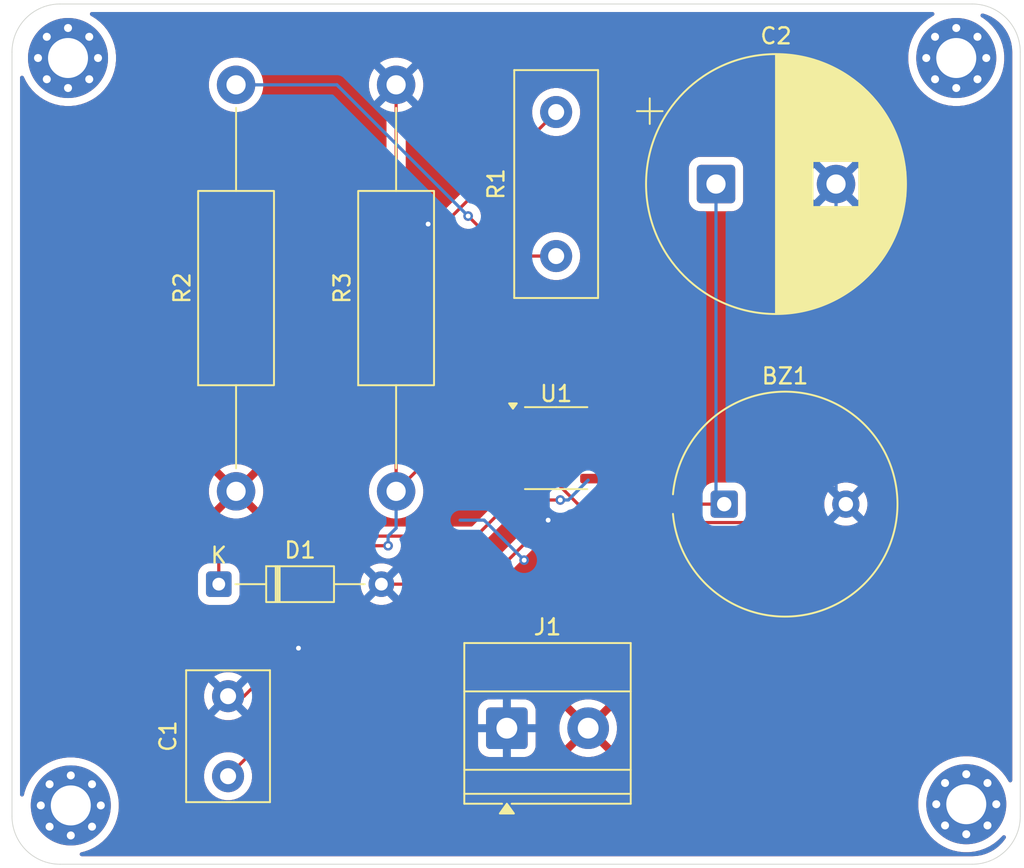
<source format=kicad_pcb>
(kicad_pcb (version 20241229) (generator "pcbnew") (generator_version "9.0")
  (layers (0 "F.Cu" signal) (2 "B.Cu" signal) (13 "F.Paste" user) (15 "B.Paste" user) (5 "F.SilkS" user "F.Silkscreen") (7 "B.SilkS" user "B.Silkscreen") (1 "F.Mask" user) (3 "B.Mask" user) (25 "Edge.Cuts" user))
  (net 0 "")
  (net 1 "GND")
  (net 2 "Net-(BZ1-+)")
  (net 3 "Net-(U1-TR)")
  (net 4 "Net-(D1-K)")
  (net 5 "+5V")
  (net 6 "Net-(R1-Pad1)")
  (footprint "Capacitor_THT:C_Disc_D8.0mm_W5.0mm_P5.00mm" (layer "F.Cu") (at 92 111.5 90)
    (property "Reference" "C1" (at 2.5 -3.75 90) (layer "F.SilkS"))
    (property "Value" "10n")
    (fp_line (start 6.62 -2.62) (end 6.62 2.62) (stroke (width 0.12)) (layer "F.SilkS"))
    (fp_line (start -1.62 -2.62) (end 6.62 -2.62) (stroke (width 0.12)) (layer "F.SilkS"))
    (fp_line (start -1.62 -2.62) (end -1.62 2.62) (stroke (width 0.12)) (layer "F.SilkS"))
    (fp_line (start -1.62 2.62) (end 6.62 2.62) (stroke (width 0.12)) (layer "F.SilkS"))
    (pad "1" thru_hole circle (at 0 0 90) (size 2 2) (drill 1) (layers "*.Cu" "*.Mask") (net 3 "Net-(U1-TR)"))
    (pad "2" thru_hole circle (at 5 0 90) (size 2 2) (drill 1) (layers "*.Cu" "*.Mask") (net 1 "GND"))
  )
  (footprint "Package_SO:SOIC-8_3.9x4.9mm_P1.27mm" (layer "F.Cu") (at 112.5 91)
    (property "Reference" "U1" (at 0 -3.4 0) (layer "F.SilkS"))
    (property "Value" "NE555D")
    (fp_line (start 0 -2.56) (end -1.95 -2.56) (stroke (width 0.12)) (layer "F.SilkS"))
    (fp_line (start 0 -2.56) (end 1.95 -2.56) (stroke (width 0.12)) (layer "F.SilkS"))
    (fp_line (start 0 2.56) (end -1.95 2.56) (stroke (width 0.12)) (layer "F.SilkS"))
    (fp_line (start 0 2.56) (end 1.95 2.56) (stroke (width 0.12)) (layer "F.SilkS"))
    (fp_poly (pts (xy -2.7 -2.465) (xy -2.94 -2.795) (xy -2.46 -2.795)) (stroke (width 0.12)) (fill yes) (layer "F.SilkS"))
    (pad "1" smd roundrect (at -2.475 -1.905) (size 1.95 0.6) (layers "F.Cu" "F.Mask" "F.Paste") (net 1 "GND"))
    (pad "2" smd roundrect (at -2.475 -0.635) (size 1.95 0.6) (layers "F.Cu" "F.Mask" "F.Paste") (net 3 "Net-(U1-TR)"))
    (pad "3" smd roundrect (at -2.475 0.635) (size 1.95 0.6) (layers "F.Cu" "F.Mask" "F.Paste") (net 2 "Net-(BZ1-+)"))
    (pad "4" smd roundrect (at -2.475 1.905) (size 1.95 0.6) (layers "F.Cu" "F.Mask" "F.Paste") (net 5 "+5V"))
    (pad "5" smd roundrect (at 2.475 1.905) (size 1.95 0.6) (layers "F.Cu" "F.Mask" "F.Paste") (net 4 "Net-(D1-K)"))
    (pad "6" smd roundrect (at 2.475 0.635) (size 1.95 0.6) (layers "F.Cu" "F.Mask" "F.Paste") (net 5 "+5V"))
    (pad "7" smd roundrect (at 2.475 -0.635) (size 1.95 0.6) (layers "F.Cu" "F.Mask" "F.Paste"))
    (pad "8" smd roundrect (at 2.475 -1.905) (size 1.95 0.6) (layers "F.Cu" "F.Mask" "F.Paste") (net 5 "+5V"))
  )
  (footprint "TerminalBlock_Phoenix:TerminalBlock_Phoenix_MKDS-1,5-2-5.08_1x02_P5.08mm_Horizontal" (layer "F.Cu") (at 109.42 108.5)
    (property "Reference" "J1" (at 2.54 -6.32 0) (layer "F.SilkS"))
    (property "Value" "Screw_Terminal_01x02")
    (fp_line (start -2.66 -5.32) (end -2.66 4.72) (stroke (width 0.12)) (layer "F.SilkS"))
    (fp_line (start -2.66 -5.32) (end 7.74 -5.32) (stroke (width 0.12)) (layer "F.SilkS"))
    (fp_line (start -2.66 -2.3) (end 7.74 -2.3) (stroke (width 0.12)) (layer "F.SilkS"))
    (fp_line (start -2.66 2.6) (end 7.74 2.6) (stroke (width 0.12)) (layer "F.SilkS"))
    (fp_line (start -2.66 4.1) (end 7.74 4.1) (stroke (width 0.12)) (layer "F.SilkS"))
    (fp_line (start -2.66 4.72) (end -0.3 4.72) (stroke (width 0.12)) (layer "F.SilkS"))
    (fp_line (start 0.3 4.72) (end 7.74 4.72) (stroke (width 0.12)) (layer "F.SilkS"))
    (fp_line (start 7.74 -5.32) (end 7.74 4.72) (stroke (width 0.12)) (layer "F.SilkS"))
    (fp_poly (pts (xy 0 4.72) (xy 0.44 5.33) (xy -0.44 5.33)) (stroke (width 0.12)) (fill yes) (layer "F.SilkS"))
    (pad "1" thru_hole roundrect (at 0 0) (size 2.6 2.6) (drill 1.3) (layers "*.Cu" "*.Mask") (roundrect_rratio 0.096154) (net 1 "GND"))
    (pad "2" thru_hole circle (at 5.08 0) (size 2.6 2.6) (drill 1.3) (layers "*.Cu" "*.Mask") (net 5 "+5V"))
  )
  (footprint "MountingHole:MountingHole_2.5mm_Pad_Via" (layer "F.Cu") (at 138.125 113.25)
    (property "Reference" "H4" (hide yes))
    (property "Value" "MountingHole_Pad" (hide yes))
    (pad "1" thru_hole circle (at -1.875 0) (size 0.8 0.8) (drill 0.5) (layers "*.Cu" "*.Mask"))
    (pad "1" thru_hole circle (at -1.325825 -1.325825) (size 0.8 0.8) (drill 0.5) (layers "*.Cu" "*.Mask"))
    (pad "1" thru_hole circle (at -1.325825 1.325825) (size 0.8 0.8) (drill 0.5) (layers "*.Cu" "*.Mask"))
    (pad "1" thru_hole circle (at 0 -1.875) (size 0.8 0.8) (drill 0.5) (layers "*.Cu" "*.Mask"))
    (pad "1" thru_hole circle (at 0 0) (size 5 5) (drill 2.5) (layers "*.Cu" "*.Mask"))
    (pad "1" thru_hole circle (at 0 1.875) (size 0.8 0.8) (drill 0.5) (layers "*.Cu" "*.Mask"))
    (pad "1" thru_hole circle (at 1.325825 -1.325825) (size 0.8 0.8) (drill 0.5) (layers "*.Cu" "*.Mask"))
    (pad "1" thru_hole circle (at 1.325825 1.325825) (size 0.8 0.8) (drill 0.5) (layers "*.Cu" "*.Mask"))
    (pad "1" thru_hole circle (at 1.875 0) (size 0.8 0.8) (drill 0.5) (layers "*.Cu" "*.Mask"))
  )
  (footprint "Resistor_THT:R_Axial_DIN0414_L11.9mm_D4.5mm_P25.40mm_Horizontal" (layer "F.Cu") (at 92.5 93.7 90)
    (property "Reference" "R2" (at 12.7 -3.37 90) (layer "F.SilkS"))
    (property "Value" "27k")
    (fp_line (start 23.96 0) (end 18.77 0) (stroke (width 0.12)) (layer "F.SilkS"))
    (fp_line (start 1.44 0) (end 6.63 0) (stroke (width 0.12)) (layer "F.SilkS"))
    (fp_rect (start 6.63 -2.37) (end 18.77 2.37) (stroke (width 0.12)) (fill no) (layer "F.SilkS"))
    (pad "1" thru_hole circle (at 0 0 90) (size 2.4 2.4) (drill 1.2) (layers "*.Cu" "*.Mask") (net 5 "+5V"))
    (pad "2" thru_hole circle (at 25.4 0 90) (size 2.4 2.4) (drill 1.2) (layers "*.Cu" "*.Mask") (net 6 "Net-(R1-Pad1)"))
  )
  (footprint "Capacitor_THT:CP_Radial_D16.0mm_P7.50mm" (layer "F.Cu") (at 122.487246 74.5)
    (property "Reference" "C2" (at 3.75 -9.25 0) (layer "F.SilkS"))
    (property "Value" "470UF")
    (fp_line (start -4.939491 -4.555) (end -3.339491 -4.555) (stroke (width 0.12)) (layer "F.SilkS"))
    (fp_line (start -4.139491 -5.355) (end -4.139491 -3.755) (stroke (width 0.12)) (layer "F.SilkS"))
    (fp_line (start 3.75 -8.08) (end 3.75 8.08) (stroke (width 0.12)) (layer "F.SilkS"))
    (fp_line (start 3.79 -8.08) (end 3.79 8.08) (stroke (width 0.12)) (layer "F.SilkS"))
    (fp_line (start 3.83 -8.08) (end 3.83 8.08) (stroke (width 0.12)) (layer "F.SilkS"))
    (fp_line (start 3.87 -8.079) (end 3.87 8.079) (stroke (width 0.12)) (layer "F.SilkS"))
    (fp_line (start 3.91 -8.078) (end 3.91 8.078) (stroke (width 0.12)) (layer "F.SilkS"))
    (fp_line (start 3.95 -8.078) (end 3.95 8.078) (stroke (width 0.12)) (layer "F.SilkS"))
    (fp_line (start 3.99 -8.076) (end 3.99 8.076) (stroke (width 0.12)) (layer "F.SilkS"))
    (fp_line (start 4.03 -8.075) (end 4.03 8.075) (stroke (width 0.12)) (layer "F.SilkS"))
    (fp_line (start 4.07 -8.074) (end 4.07 8.074) (stroke (width 0.12)) (layer "F.SilkS"))
    (fp_line (start 4.11 -8.072) (end 4.11 8.072) (stroke (width 0.12)) (layer "F.SilkS"))
    (fp_line (start 4.15 -8.07) (end 4.15 8.07) (stroke (width 0.12)) (layer "F.SilkS"))
    (fp_line (start 4.19 -8.068) (end 4.19 8.068) (stroke (width 0.12)) (layer "F.SilkS"))
    (fp_line (start 4.23 -8.066) (end 4.23 8.066) (stroke (width 0.12)) (layer "F.SilkS"))
    (fp_line (start 4.27 -8.063) (end 4.27 8.063) (stroke (width 0.12)) (layer "F.SilkS"))
    (fp_line (start 4.31 -8.061) (end 4.31 8.061) (stroke (width 0.12)) (layer "F.SilkS"))
    (fp_line (start 4.35 -8.058) (end 4.35 8.058) (stroke (width 0.12)) (layer "F.SilkS"))
    (fp_line (start 4.39 -8.055) (end 4.39 8.055) (stroke (width 0.12)) (layer "F.SilkS"))
    (fp_line (start 4.43 -8.051) (end 4.43 8.051) (stroke (width 0.12)) (layer "F.SilkS"))
    (fp_line (start 4.47 -8.048) (end 4.47 8.048) (stroke (width 0.12)) (layer "F.SilkS"))
    (fp_line (start 4.51 -8.044) (end 4.51 8.044) (stroke (width 0.12)) (layer "F.SilkS"))
    (fp_line (start 4.55 -8.04) (end 4.55 8.04) (stroke (width 0.12)) (layer "F.SilkS"))
    (fp_line (start 4.59 -8.036) (end 4.59 8.036) (stroke (width 0.12)) (layer "F.SilkS"))
    (fp_line (start 4.63 -8.032) (end 4.63 8.032) (stroke (width 0.12)) (layer "F.SilkS"))
    (fp_line (start 4.67 -8.028) (end 4.67 8.028) (stroke (width 0.12)) (layer "F.SilkS"))
    (fp_line (start 4.71 -8.023) (end 4.71 8.023) (stroke (width 0.12)) (layer "F.SilkS"))
    (fp_line (start 4.75 -8.018) (end 4.75 8.018) (stroke (width 0.12)) (layer "F.SilkS"))
    (fp_line (start 4.79 -8.013) (end 4.79 8.013) (stroke (width 0.12)) (layer "F.SilkS"))
    (fp_line (start 4.83 -8.008) (end 4.83 8.008) (stroke (width 0.12)) (layer "F.SilkS"))
    (fp_line (start 4.87 -8.002) (end 4.87 8.002) (stroke (width 0.12)) (layer "F.SilkS"))
    (fp_line (start 4.91 -7.997) (end 4.91 7.997) (stroke (width 0.12)) (layer "F.SilkS"))
    (fp_line (start 4.95 -7.991) (end 4.95 7.991) (stroke (width 0.12)) (layer "F.SilkS"))
    (fp_line (start 4.99 -7.985) (end 4.99 7.985) (stroke (width 0.12)) (layer "F.SilkS"))
    (fp_line (start 5.03 -7.978) (end 5.03 7.978) (stroke (width 0.12)) (layer "F.SilkS"))
    (fp_line (start 5.07 -7.972) (end 5.07 7.972) (stroke (width 0.12)) (layer "F.SilkS"))
    (fp_line (start 5.11 -7.965) (end 5.11 7.965) (stroke (width 0.12)) (layer "F.SilkS"))
    (fp_line (start 5.15 -7.958) (end 5.15 7.958) (stroke (width 0.12)) (layer "F.SilkS"))
    (fp_line (start 5.19 -7.951) (end 5.19 7.951) (stroke (width 0.12)) (layer "F.SilkS"))
    (fp_line (start 5.23 -7.944) (end 5.23 7.944) (stroke (width 0.12)) (layer "F.SilkS"))
    (fp_line (start 5.27 -7.936) (end 5.27 7.936) (stroke (width 0.12)) (layer "F.SilkS"))
    (fp_line (start 5.31 -7.929) (end 5.31 7.929) (stroke (width 0.12)) (layer "F.SilkS"))
    (fp_line (start 5.35 -7.921) (end 5.35 7.921) (stroke (width 0.12)) (layer "F.SilkS"))
    (fp_line (start 5.39 -7.913) (end 5.39 7.913) (stroke (width 0.12)) (layer "F.SilkS"))
    (fp_line (start 5.43 -7.904) (end 5.43 7.904) (stroke (width 0.12)) (layer "F.SilkS"))
    (fp_line (start 5.47 -7.896) (end 5.47 7.896) (stroke (width 0.12)) (layer "F.SilkS"))
    (fp_line (start 5.51 -7.887) (end 5.51 7.887) (stroke (width 0.12)) (layer "F.SilkS"))
    (fp_line (start 5.55 -7.878) (end 5.55 7.878) (stroke (width 0.12)) (layer "F.SilkS"))
    (fp_line (start 5.59 -7.869) (end 5.59 7.869) (stroke (width 0.12)) (layer "F.SilkS"))
    (fp_line (start 5.63 -7.859) (end 5.63 7.859) (stroke (width 0.12)) (layer "F.SilkS"))
    (fp_line (start 5.67 -7.85) (end 5.67 7.85) (stroke (width 0.12)) (layer "F.SilkS"))
    (fp_line (start 5.71 -7.84) (end 5.71 7.84) (stroke (width 0.12)) (layer "F.SilkS"))
    (fp_line (start 5.75 -7.83) (end 5.75 7.83) (stroke (width 0.12)) (layer "F.SilkS"))
    (fp_line (start 5.79 -7.82) (end 5.79 7.82) (stroke (width 0.12)) (layer "F.SilkS"))
    (fp_line (start 5.83 -7.809) (end 5.83 7.809) (stroke (width 0.12)) (layer "F.SilkS"))
    (fp_line (start 5.87 -7.798) (end 5.87 7.798) (stroke (width 0.12)) (layer "F.SilkS"))
    (fp_line (start 5.91 -7.787) (end 5.91 7.787) (stroke (width 0.12)) (layer "F.SilkS"))
    (fp_line (start 5.95 -7.776) (end 5.95 7.776) (stroke (width 0.12)) (layer "F.SilkS"))
    (fp_line (start 5.99 -7.765) (end 5.99 7.765) (stroke (width 0.12)) (layer "F.SilkS"))
    (fp_line (start 6.03 -7.753) (end 6.03 7.753) (stroke (width 0.12)) (layer "F.SilkS"))
    (fp_line (start 6.07 -7.742) (end 6.07 -1.44) (stroke (width 0.12)) (layer "F.SilkS"))
    (fp_line (start 6.07 1.44) (end 6.07 7.742) (stroke (width 0.12)) (layer "F.SilkS"))
    (fp_line (start 6.11 -7.729) (end 6.11 -1.44) (stroke (width 0.12)) (layer "F.SilkS"))
    (fp_line (start 6.11 1.44) (end 6.11 7.729) (stroke (width 0.12)) (layer "F.SilkS"))
    (fp_line (start 6.15 -7.717) (end 6.15 -1.44) (stroke (width 0.12)) (layer "F.SilkS"))
    (fp_line (start 6.15 1.44) (end 6.15 7.717) (stroke (width 0.12)) (layer "F.SilkS"))
    (fp_line (start 6.19 -7.705) (end 6.19 -1.44) (stroke (width 0.12)) (layer "F.SilkS"))
    (fp_line (start 6.19 1.44) (end 6.19 7.705) (stroke (width 0.12)) (layer "F.SilkS"))
    (fp_line (start 6.23 -7.692) (end 6.23 -1.44) (stroke (width 0.12)) (layer "F.SilkS"))
    (fp_line (start 6.23 1.44) (end 6.23 7.692) (stroke (width 0.12)) (layer "F.SilkS"))
    (fp_line (start 6.27 -7.679) (end 6.27 -1.44) (stroke (width 0.12)) (layer "F.SilkS"))
    (fp_line (start 6.27 1.44) (end 6.27 7.679) (stroke (width 0.12)) (layer "F.SilkS"))
    (fp_line (start 6.31 -7.666) (end 6.31 -1.44) (stroke (width 0.12)) (layer "F.SilkS"))
    (fp_line (start 6.31 1.44) (end 6.31 7.666) (stroke (width 0.12)) (layer "F.SilkS"))
    (fp_line (start 6.35 -7.652) (end 6.35 -1.44) (stroke (width 0.12)) (layer "F.SilkS"))
    (fp_line (start 6.35 1.44) (end 6.35 7.652) (stroke (width 0.12)) (layer "F.SilkS"))
    (fp_line (start 6.39 -7.639) (end 6.39 -1.44) (stroke (width 0.12)) (layer "F.SilkS"))
    (fp_line (start 6.39 1.44) (end 6.39 7.639) (stroke (width 0.12)) (layer "F.SilkS"))
    (fp_line (start 6.43 -7.625) (end 6.43 -1.44) (stroke (width 0.12)) (layer "F.SilkS"))
    (fp_line (start 6.43 1.44) (end 6.43 7.625) (stroke (width 0.12)) (layer "F.SilkS"))
    (fp_line (start 6.47 -7.611) (end 6.47 -1.44) (stroke (width 0.12)) (layer "F.SilkS"))
    (fp_line (start 6.47 1.44) (end 6.47 7.611) (stroke (width 0.12)) (layer "F.SilkS"))
    (fp_line (start 6.51 -7.597) (end 6.51 -1.44) (stroke (width 0.12)) (layer "F.SilkS"))
    (fp_line (start 6.51 1.44) (end 6.51 7.597) (stroke (width 0.12)) (layer "F.SilkS"))
    (fp_line (start 6.55 -7.582) (end 6.55 -1.44) (stroke (width 0.12)) (layer "F.SilkS"))
    (fp_line (start 6.55 1.44) (end 6.55 7.582) (stroke (width 0.12)) (layer "F.SilkS"))
    (fp_line (start 6.59 -7.567) (end 6.59 -1.44) (stroke (width 0.12)) (layer "F.SilkS"))
    (fp_line (start 6.59 1.44) (end 6.59 7.567) (stroke (width 0.12)) (layer "F.SilkS"))
    (fp_line (start 6.63 -7.552) (end 6.63 -1.44) (stroke (width 0.12)) (layer "F.SilkS"))
    (fp_line (start 6.63 1.44) (end 6.63 7.552) (stroke (width 0.12)) (layer "F.SilkS"))
    (fp_line (start 6.67 -7.537) (end 6.67 -1.44) (stroke (width 0.12)) (layer "F.SilkS"))
    (fp_line (start 6.67 1.44) (end 6.67 7.537) (stroke (width 0.12)) (layer "F.SilkS"))
    (fp_line (start 6.71 -7.521) (end 6.71 -1.44) (stroke (width 0.12)) (layer "F.SilkS"))
    (fp_line (start 6.71 1.44) (end 6.71 7.521) (stroke (width 0.12)) (layer "F.SilkS"))
    (fp_line (start 6.75 -7.505) (end 6.75 -1.44) (stroke (width 0.12)) (layer "F.SilkS"))
    (fp_line (start 6.75 1.44) (end 6.75 7.505) (stroke (width 0.12)) (layer "F.SilkS"))
    (fp_line (start 6.79 -7.489) (end 6.79 -1.44) (stroke (width 0.12)) (layer "F.SilkS"))
    (fp_line (start 6.79 1.44) (end 6.79 7.489) (stroke (width 0.12)) (layer "F.SilkS"))
    (fp_line (start 6.83 -7.473) (end 6.83 -1.44) (stroke (width 0.12)) (layer "F.SilkS"))
    (fp_line (start 6.83 1.44) (end 6.83 7.473) (stroke (width 0.12)) (layer "F.SilkS"))
    (fp_line (start 6.87 -7.457) (end 6.87 -1.44) (stroke (width 0.12)) (layer "F.SilkS"))
    (fp_line (start 6.87 1.44) (end 6.87 7.457) (stroke (width 0.12)) (layer "F.SilkS"))
    (fp_line (start 6.91 -7.44) (end 6.91 -1.44) (stroke (width 0.12)) (layer "F.SilkS"))
    (fp_line (start 6.91 1.44) (end 6.91 7.44) (stroke (width 0.12)) (layer "F.SilkS"))
    (fp_line (start 6.95 -7.423) (end 6.95 -1.44) (stroke (width 0.12)) (layer "F.SilkS"))
    (fp_line (start 6.95 1.44) (end 6.95 7.423) (stroke (width 0.12)) (layer "F.SilkS"))
    (fp_line (start 6.99 -7.406) (end 6.99 -1.44) (stroke (width 0.12)) (layer "F.SilkS"))
    (fp_line (start 6.99 1.44) (end 6.99 7.406) (stroke (width 0.12)) (layer "F.SilkS"))
    (fp_line (start 7.03 -7.388) (end 7.03 -1.44) (stroke (width 0.12)) (layer "F.SilkS"))
    (fp_line (start 7.03 1.44) (end 7.03 7.388) (stroke (width 0.12)) (layer "F.SilkS"))
    (fp_line (start 7.07 -7.37) (end 7.07 -1.44) (stroke (width 0.12)) (layer "F.SilkS"))
    (fp_line (start 7.07 1.44) (end 7.07 7.37) (stroke (width 0.12)) (layer "F.SilkS"))
    (fp_line (start 7.11 -7.352) (end 7.11 -1.44) (stroke (width 0.12)) (layer "F.SilkS"))
    (fp_line (start 7.11 1.44) (end 7.11 7.352) (stroke (width 0.12)) (layer "F.SilkS"))
    (fp_line (start 7.15 -7.334) (end 7.15 -1.44) (stroke (width 0.12)) (layer "F.SilkS"))
    (fp_line (start 7.15 1.44) (end 7.15 7.334) (stroke (width 0.12)) (layer "F.SilkS"))
    (fp_line (start 7.19 -7.315) (end 7.19 -1.44) (stroke (width 0.12)) (layer "F.SilkS"))
    (fp_line (start 7.19 1.44) (end 7.19 7.315) (stroke (width 0.12)) (layer "F.SilkS"))
    (fp_line (start 7.23 -7.296) (end 7.23 -1.44) (stroke (width 0.12)) (layer "F.SilkS"))
    (fp_line (start 7.23 1.44) (end 7.23 7.296) (stroke (width 0.12)) (layer "F.SilkS"))
    (fp_line (start 7.27 -7.277) (end 7.27 -1.44) (stroke (width 0.12)) (layer "F.SilkS"))
    (fp_line (start 7.27 1.44) (end 7.27 7.277) (stroke (width 0.12)) (layer "F.SilkS"))
    (fp_line (start 7.31 -7.258) (end 7.31 -1.44) (stroke (width 0.12)) (layer "F.SilkS"))
    (fp_line (start 7.31 1.44) (end 7.31 7.258) (stroke (width 0.12)) (layer "F.SilkS"))
    (fp_line (start 7.35 -7.238) (end 7.35 -1.44) (stroke (width 0.12)) (layer "F.SilkS"))
    (fp_line (start 7.35 1.44) (end 7.35 7.238) (stroke (width 0.12)) (layer "F.SilkS"))
    (fp_line (start 7.39 -7.218) (end 7.39 -1.44) (stroke (width 0.12)) (layer "F.SilkS"))
    (fp_line (start 7.39 1.44) (end 7.39 7.218) (stroke (width 0.12)) (layer "F.SilkS"))
    (fp_line (start 7.43 -7.198) (end 7.43 -1.44) (stroke (width 0.12)) (layer "F.SilkS"))
    (fp_line (start 7.43 1.44) (end 7.43 7.198) (stroke (width 0.12)) (layer "F.SilkS"))
    (fp_line (start 7.47 -7.178) (end 7.47 -1.44) (stroke (width 0.12)) (layer "F.SilkS"))
    (fp_line (start 7.47 1.44) (end 7.47 7.178) (stroke (width 0.12)) (layer "F.SilkS"))
    (fp_line (start 7.51 -7.157) (end 7.51 -1.44) (stroke (width 0.12)) (layer "F.SilkS"))
    (fp_line (start 7.51 1.44) (end 7.51 7.157) (stroke (width 0.12)) (layer "F.SilkS"))
    (fp_line (start 7.55 -7.136) (end 7.55 -1.44) (stroke (width 0.12)) (layer "F.SilkS"))
    (fp_line (start 7.55 1.44) (end 7.55 7.136) (stroke (width 0.12)) (layer "F.SilkS"))
    (fp_line (start 7.59 -7.115) (end 7.59 -1.44) (stroke (width 0.12)) (layer "F.SilkS"))
    (fp_line (start 7.59 1.44) (end 7.59 7.115) (stroke (width 0.12)) (layer "F.SilkS"))
    (fp_line (start 7.63 -7.093) (end 7.63 -1.44) (stroke (width 0.12)) (layer "F.SilkS"))
    (fp_line (start 7.63 1.44) (end 7.63 7.093) (stroke (width 0.12)) (layer "F.SilkS"))
    (fp_line (start 7.67 -7.071) (end 7.67 -1.44) (stroke (width 0.12)) (layer "F.SilkS"))
    (fp_line (start 7.67 1.44) (end 7.67 7.071) (stroke (width 0.12)) (layer "F.SilkS"))
    (fp_line (start 7.71 -7.049) (end 7.71 -1.44) (stroke (width 0.12)) (layer "F.SilkS"))
    (fp_line (start 7.71 1.44) (end 7.71 7.049) (stroke (width 0.12)) (layer "F.SilkS"))
    (fp_line (start 7.75 -7.026) (end 7.75 -1.44) (stroke (width 0.12)) (layer "F.SilkS"))
    (fp_line (start 7.75 1.44) (end 7.75 7.026) (stroke (width 0.12)) (layer "F.SilkS"))
    (fp_line (start 7.79 -7.004) (end 7.79 -1.44) (stroke (width 0.12)) (layer "F.SilkS"))
    (fp_line (start 7.79 1.44) (end 7.79 7.004) (stroke (width 0.12)) (layer "F.SilkS"))
    (fp_line (start 7.83 -6.981) (end 7.83 -1.44) (stroke (width 0.12)) (layer "F.SilkS"))
    (fp_line (start 7.83 1.44) (end 7.83 6.981) (stroke (width 0.12)) (layer "F.SilkS"))
    (fp_line (start 7.87 -6.957) (end 7.87 -1.44) (stroke (width 0.12)) (layer "F.SilkS"))
    (fp_line (start 7.87 1.44) (end 7.87 6.957) (stroke (width 0.12)) (layer "F.SilkS"))
    (fp_line (start 7.91 -6.933) (end 7.91 -1.44) (stroke (width 0.12)) (layer "F.SilkS"))
    (fp_line (start 7.91 1.44) (end 7.91 6.933) (stroke (width 0.12)) (layer "F.SilkS"))
    (fp_line (start 7.95 -6.909) (end 7.95 -1.44) (stroke (width 0.12)) (layer "F.SilkS"))
    (fp_line (start 7.95 1.44) (end 7.95 6.909) (stroke (width 0.12)) (layer "F.SilkS"))
    (fp_line (start 7.99 -6.885) (end 7.99 -1.44) (stroke (width 0.12)) (layer "F.SilkS"))
    (fp_line (start 7.99 1.44) (end 7.99 6.885) (stroke (width 0.12)) (layer "F.SilkS"))
    (fp_line (start 8.03 -6.86) (end 8.03 -1.44) (stroke (width 0.12)) (layer "F.SilkS"))
    (fp_line (start 8.03 1.44) (end 8.03 6.86) (stroke (width 0.12)) (layer "F.SilkS"))
    (fp_line (start 8.07 -6.835) (end 8.07 -1.44) (stroke (width 0.12)) (layer "F.SilkS"))
    (fp_line (start 8.07 1.44) (end 8.07 6.835) (stroke (width 0.12)) (layer "F.SilkS"))
    (fp_line (start 8.11 -6.81) (end 8.11 -1.44) (stroke (width 0.12)) (layer "F.SilkS"))
    (fp_line (start 8.11 1.44) (end 8.11 6.81) (stroke (width 0.12)) (layer "F.SilkS"))
    (fp_line (start 8.15 -6.785) (end 8.15 -1.44) (stroke (width 0.12)) (layer "F.SilkS"))
    (fp_line (start 8.15 1.44) (end 8.15 6.785) (stroke (width 0.12)) (layer "F.SilkS"))
    (fp_line (start 8.19 -6.759) (end 8.19 -1.44) (stroke (width 0.12)) (layer "F.SilkS"))
    (fp_line (start 8.19 1.44) (end 8.19 6.759) (stroke (width 0.12)) (layer "F.SilkS"))
    (fp_line (start 8.23 -6.732) (end 8.23 -1.44) (stroke (width 0.12)) (layer "F.SilkS"))
    (fp_line (start 8.23 1.44) (end 8.23 6.732) (stroke (width 0.12)) (layer "F.SilkS"))
    (fp_line (start 8.27 -6.706) (end 8.27 -1.44) (stroke (width 0.12)) (layer "F.SilkS"))
    (fp_line (start 8.27 1.44) (end 8.27 6.706) (stroke (width 0.12)) (layer "F.SilkS"))
    (fp_line (start 8.31 -6.679) (end 8.31 -1.44) (stroke (width 0.12)) (layer "F.SilkS"))
    (fp_line (start 8.31 1.44) (end 8.31 6.679) (stroke (width 0.12)) (layer "F.SilkS"))
    (fp_line (start 8.35 -6.651) (end 8.35 -1.44) (stroke (width 0.12)) (layer "F.SilkS"))
    (fp_line (start 8.35 1.44) (end 8.35 6.651) (stroke (width 0.12)) (layer "F.SilkS"))
    (fp_line (start 8.39 -6.624) (end 8.39 -1.44) (stroke (width 0.12)) (layer "F.SilkS"))
    (fp_line (start 8.39 1.44) (end 8.39 6.624) (stroke (width 0.12)) (layer "F.SilkS"))
    (fp_line (start 8.43 -6.596) (end 8.43 -1.44) (stroke (width 0.12)) (layer "F.SilkS"))
    (fp_line (start 8.43 1.44) (end 8.43 6.596) (stroke (width 0.12)) (layer "F.SilkS"))
    (fp_line (start 8.47 -6.567) (end 8.47 -1.44) (stroke (width 0.12)) (layer "F.SilkS"))
    (fp_line (start 8.47 1.44) (end 8.47 6.567) (stroke (width 0.12)) (layer "F.SilkS"))
    (fp_line (start 8.51 -6.539) (end 8.51 -1.44) (stroke (width 0.12)) (layer "F.SilkS"))
    (fp_line (start 8.51 1.44) (end 8.51 6.539) (stroke (width 0.12)) (layer "F.SilkS"))
    (fp_line (start 8.55 -6.509) (end 8.55 -1.44) (stroke (width 0.12)) (layer "F.SilkS"))
    (fp_line (start 8.55 1.44) (end 8.55 6.509) (stroke (width 0.12)) (layer "F.SilkS"))
    (fp_line (start 8.59 -6.48) (end 8.59 -1.44) (stroke (width 0.12)) (layer "F.SilkS"))
    (fp_line (start 8.59 1.44) (end 8.59 6.48) (stroke (width 0.12)) (layer "F.SilkS"))
    (fp_line (start 8.63 -6.45) (end 8.63 -1.44) (stroke (width 0.12)) (layer "F.SilkS"))
    (fp_line (start 8.63 1.44) (end 8.63 6.45) (stroke (width 0.12)) (layer "F.SilkS"))
    (fp_line (start 8.67 -6.42) (end 8.67 -1.44) (stroke (width 0.12)) (layer "F.SilkS"))
    (fp_line (start 8.67 1.44) (end 8.67 6.42) (stroke (width 0.12)) (layer "F.SilkS"))
    (fp_line (start 8.71 -6.389) (end 8.71 -1.44) (stroke (width 0.12)) (layer "F.SilkS"))
    (fp_line (start 8.71 1.44) (end 8.71 6.389) (stroke (width 0.12)) (layer "F.SilkS"))
    (fp_line (start 8.75 -6.358) (end 8.75 -1.44) (stroke (width 0.12)) (layer "F.SilkS"))
    (fp_line (start 8.75 1.44) (end 8.75 6.358) (stroke (width 0.12)) (layer "F.SilkS"))
    (fp_line (start 8.79 -6.327) (end 8.79 -1.44) (stroke (width 0.12)) (layer "F.SilkS"))
    (fp_line (start 8.79 1.44) (end 8.79 6.327) (stroke (width 0.12)) (layer "F.SilkS"))
    (fp_line (start 8.83 -6.295) (end 8.83 -1.44) (stroke (width 0.12)) (layer "F.SilkS"))
    (fp_line (start 8.83 1.44) (end 8.83 6.295) (stroke (width 0.12)) (layer "F.SilkS"))
    (fp_line (start 8.87 -6.262) (end 8.87 -1.44) (stroke (width 0.12)) (layer "F.SilkS"))
    (fp_line (start 8.87 1.44) (end 8.87 6.262) (stroke (width 0.12)) (layer "F.SilkS"))
    (fp_line (start 8.91 -6.23) (end 8.91 -1.44) (stroke (width 0.12)) (layer "F.SilkS"))
    (fp_line (start 8.91 1.44) (end 8.91 6.23) (stroke (width 0.12)) (layer "F.SilkS"))
    (fp_line (start 8.95 -6.197) (end 8.95 6.197) (stroke (width 0.12)) (layer "F.SilkS"))
    (fp_line (start 8.99 -6.163) (end 8.99 6.163) (stroke (width 0.12)) (layer "F.SilkS"))
    (fp_line (start 9.03 -6.129) (end 9.03 6.129) (stroke (width 0.12)) (layer "F.SilkS"))
    (fp_line (start 9.07 -6.094) (end 9.07 6.094) (stroke (width 0.12)) (layer "F.SilkS"))
    (fp_line (start 9.11 -6.06) (end 9.11 6.06) (stroke (width 0.12)) (layer "F.SilkS"))
    (fp_line (start 9.15 -6.024) (end 9.15 6.024) (stroke (width 0.12)) (layer "F.SilkS"))
    (fp_line (start 9.19 -5.988) (end 9.19 5.988) (stroke (width 0.12)) (layer "F.SilkS"))
    (fp_line (start 9.23 -5.952) (end 9.23 5.952) (stroke (width 0.12)) (layer "F.SilkS"))
    (fp_line (start 9.27 -5.915) (end 9.27 5.915) (stroke (width 0.12)) (layer "F.SilkS"))
    (fp_line (start 9.31 -5.878) (end 9.31 5.878) (stroke (width 0.12)) (layer "F.SilkS"))
    (fp_line (start 9.35 -5.84) (end 9.35 5.84) (stroke (width 0.12)) (layer "F.SilkS"))
    (fp_line (start 9.39 -5.802) (end 9.39 5.802) (stroke (width 0.12)) (layer "F.SilkS"))
    (fp_line (start 9.43 -5.763) (end 9.43 5.763) (stroke (width 0.12)) (layer "F.SilkS"))
    (fp_line (start 9.47 -5.723) (end 9.47 5.723) (stroke (width 0.12)) (layer "F.SilkS"))
    (fp_line (start 9.51 -5.683) (end 9.51 5.683) (stroke (width 0.12)) (layer "F.SilkS"))
    (fp_line (start 9.55 -5.643) (end 9.55 5.643) (stroke (width 0.12)) (layer "F.SilkS"))
    (fp_line (start 9.59 -5.602) (end 9.59 5.602) (stroke (width 0.12)) (layer "F.SilkS"))
    (fp_line (start 9.63 -5.56) (end 9.63 5.56) (stroke (width 0.12)) (layer "F.SilkS"))
    (fp_line (start 9.67 -5.518) (end 9.67 5.518) (stroke (width 0.12)) (layer "F.SilkS"))
    (fp_line (start 9.71 -5.475) (end 9.71 5.475) (stroke (width 0.12)) (layer "F.SilkS"))
    (fp_line (start 9.75 -5.431) (end 9.75 5.431) (stroke (width 0.12)) (layer "F.SilkS"))
    (fp_line (start 9.79 -5.387) (end 9.79 5.387) (stroke (width 0.12)) (layer "F.SilkS"))
    (fp_line (start 9.83 -5.342) (end 9.83 5.342) (stroke (width 0.12)) (layer "F.SilkS"))
    (fp_line (start 9.87 -5.297) (end 9.87 5.297) (stroke (width 0.12)) (layer "F.SilkS"))
    (fp_line (start 9.91 -5.25) (end 9.91 5.25) (stroke (width 0.12)) (layer "F.SilkS"))
    (fp_line (start 9.95 -5.204) (end 9.95 5.204) (stroke (width 0.12)) (layer "F.SilkS"))
    (fp_line (start 9.99 -5.156) (end 9.99 5.156) (stroke (width 0.12)) (layer "F.SilkS"))
    (fp_line (start 10.03 -5.107) (end 10.03 5.107) (stroke (width 0.12)) (layer "F.SilkS"))
    (fp_line (start 10.07 -5.058) (end 10.07 5.058) (stroke (width 0.12)) (layer "F.SilkS"))
    (fp_line (start 10.11 -5.008) (end 10.11 5.008) (stroke (width 0.12)) (layer "F.SilkS"))
    (fp_line (start 10.15 -4.957) (end 10.15 4.957) (stroke (width 0.12)) (layer "F.SilkS"))
    (fp_line (start 10.19 -4.906) (end 10.19 4.906) (stroke (width 0.12)) (layer "F.SilkS"))
    (fp_line (start 10.23 -4.853) (end 10.23 4.853) (stroke (width 0.12)) (layer "F.SilkS"))
    (fp_line (start 10.27 -4.8) (end 10.27 4.8) (stroke (width 0.12)) (layer "F.SilkS"))
    (fp_line (start 10.31 -4.745) (end 10.31 4.745) (stroke (width 0.12)) (layer "F.SilkS"))
    (fp_line (start 10.35 -4.69) (end 10.35 4.69) (stroke (width 0.12)) (layer "F.SilkS"))
    (fp_line (start 10.39 -4.634) (end 10.39 4.634) (stroke (width 0.12)) (layer "F.SilkS"))
    (fp_line (start 10.43 -4.576) (end 10.43 4.576) (stroke (width 0.12)) (layer "F.SilkS"))
    (fp_line (start 10.47 -4.518) (end 10.47 4.518) (stroke (width 0.12)) (layer "F.SilkS"))
    (fp_line (start 10.51 -4.459) (end 10.51 4.459) (stroke (width 0.12)) (layer "F.SilkS"))
    (fp_line (start 10.55 -4.398) (end 10.55 4.398) (stroke (width 0.12)) (layer "F.SilkS"))
    (fp_line (start 10.59 -4.336) (end 10.59 4.336) (stroke (width 0.12)) (layer "F.SilkS"))
    (fp_line (start 10.63 -4.273) (end 10.63 4.273) (stroke (width 0.12)) (layer "F.SilkS"))
    (fp_line (start 10.67 -4.208) (end 10.67 4.208) (stroke (width 0.12)) (layer "F.SilkS"))
    (fp_line (start 10.71 -4.142) (end 10.71 4.142) (stroke (width 0.12)) (layer "F.SilkS"))
    (fp_line (start 10.75 -4.075) (end 10.75 4.075) (stroke (width 0.12)) (layer "F.SilkS"))
    (fp_line (start 10.79 -4.006) (end 10.79 4.006) (stroke (width 0.12)) (layer "F.SilkS"))
    (fp_line (start 10.83 -3.936) (end 10.83 3.936) (stroke (width 0.12)) (layer "F.SilkS"))
    (fp_line (start 10.87 -3.864) (end 10.87 3.864) (stroke (width 0.12)) (layer "F.SilkS"))
    (fp_line (start 10.91 -3.79) (end 10.91 3.79) (stroke (width 0.12)) (layer "F.SilkS"))
    (fp_line (start 10.95 -3.714) (end 10.95 3.714) (stroke (width 0.12)) (layer "F.SilkS"))
    (fp_line (start 10.99 -3.637) (end 10.99 3.637) (stroke (width 0.12)) (layer "F.SilkS"))
    (fp_line (start 11.03 -3.557) (end 11.03 3.557) (stroke (width 0.12)) (layer "F.SilkS"))
    (fp_line (start 11.07 -3.475) (end 11.07 3.475) (stroke (width 0.12)) (layer "F.SilkS"))
    (fp_line (start 11.11 -3.39) (end 11.11 3.39) (stroke (width 0.12)) (layer "F.SilkS"))
    (fp_line (start 11.15 -3.303) (end 11.15 3.303) (stroke (width 0.12)) (layer "F.SilkS"))
    (fp_line (start 11.19 -3.213) (end 11.19 3.213) (stroke (width 0.12)) (layer "F.SilkS"))
    (fp_line (start 11.23 -3.12) (end 11.23 3.12) (stroke (width 0.12)) (layer "F.SilkS"))
    (fp_line (start 11.27 -3.023) (end 11.27 3.023) (stroke (width 0.12)) (layer "F.SilkS"))
    (fp_line (start 11.31 -2.923) (end 11.31 2.923) (stroke (width 0.12)) (layer "F.SilkS"))
    (fp_line (start 11.35 -2.819) (end 11.35 2.819) (stroke (width 0.12)) (layer "F.SilkS"))
    (fp_line (start 11.39 -2.71) (end 11.39 2.71) (stroke (width 0.12)) (layer "F.SilkS"))
    (fp_line (start 11.43 -2.597) (end 11.43 2.597) (stroke (width 0.12)) (layer "F.SilkS"))
    (fp_line (start 11.47 -2.477) (end 11.47 2.477) (stroke (width 0.12)) (layer "F.SilkS"))
    (fp_line (start 11.51 -2.351) (end 11.51 2.351) (stroke (width 0.12)) (layer "F.SilkS"))
    (fp_line (start 11.55 -2.217) (end 11.55 2.217) (stroke (width 0.12)) (layer "F.SilkS"))
    (fp_line (start 11.59 -2.074) (end 11.59 2.074) (stroke (width 0.12)) (layer "F.SilkS"))
    (fp_line (start 11.63 -1.92) (end 11.63 1.92) (stroke (width 0.12)) (layer "F.SilkS"))
    (fp_line (start 11.67 -1.751) (end 11.67 1.751) (stroke (width 0.12)) (layer "F.SilkS"))
    (fp_line (start 11.71 -1.564) (end 11.71 1.564) (stroke (width 0.12)) (layer "F.SilkS"))
    (fp_line (start 11.75 -1.351) (end 11.75 1.351) (stroke (width 0.12)) (layer "F.SilkS"))
    (fp_line (start 11.79 -1.097) (end 11.79 1.097) (stroke (width 0.12)) (layer "F.SilkS"))
    (fp_line (start 11.83 -0.765) (end 11.83 0.765) (stroke (width 0.12)) (layer "F.SilkS"))
    (fp_circle (center 3.75 0) (end 11.87 0) (stroke (width 0.12)) (fill no) (layer "F.SilkS"))
    (pad "1" thru_hole roundrect (at 0 0) (size 2.4 2.4) (drill 1.2) (layers "*.Cu" "*.Mask") (roundrect_rratio 0.104167) (net 2 "Net-(BZ1-+)"))
    (pad "2" thru_hole circle (at 7.5 0) (size 2.4 2.4) (drill 1.2) (layers "*.Cu" "*.Mask") (net 1 "GND"))
  )
  (footprint "Diode_THT:D_DO-35_SOD27_P10.16mm_Horizontal" (layer "F.Cu") (at 91.42 99.5)
    (property "Reference" "D1" (at 5.08 -2.12 0) (layer "F.SilkS"))
    (property "Value" "3.3v")
    (fp_line (start 1.04 0) (end 2.96 0) (stroke (width 0.12)) (layer "F.SilkS"))
    (fp_line (start 3.56 -1.12) (end 3.56 1.12) (stroke (width 0.12)) (layer "F.SilkS"))
    (fp_line (start 3.68 -1.12) (end 3.68 1.12) (stroke (width 0.12)) (layer "F.SilkS"))
    (fp_line (start 3.8 -1.12) (end 3.8 1.12) (stroke (width 0.12)) (layer "F.SilkS"))
    (fp_line (start 9.12 0) (end 7.2 0) (stroke (width 0.12)) (layer "F.SilkS"))
    (fp_rect (start 2.96 -1.12) (end 7.2 1.12) (stroke (width 0.12)) (fill no) (layer "F.SilkS"))
    (fp_text user "K" (at 0 -1.8 0) (layer "F.SilkS"))
    (pad "1" thru_hole roundrect (at 0 0) (size 1.6 1.6) (drill 0.8) (layers "*.Cu" "*.Mask") (roundrect_rratio 0.15625) (net 4 "Net-(D1-K)"))
    (pad "2" thru_hole circle (at 10.16 0) (size 1.6 1.6) (drill 0.8) (layers "*.Cu" "*.Mask") (net 1 "GND"))
  )
  (footprint "Resistor_THT:R_Axial_DIN0414_L11.9mm_D4.5mm_P25.40mm_Horizontal" (layer "F.Cu") (at 102.5 93.7 90)
    (property "Reference" "R3" (at 12.7 -3.37 90) (layer "F.SilkS"))
    (property "Value" "8.2k")
    (fp_line (start 23.96 0) (end 18.77 0) (stroke (width 0.12)) (layer "F.SilkS"))
    (fp_line (start 1.44 0) (end 6.63 0) (stroke (width 0.12)) (layer "F.SilkS"))
    (fp_rect (start 6.63 -2.37) (end 18.77 2.37) (stroke (width 0.12)) (fill no) (layer "F.SilkS"))
    (pad "1" thru_hole circle (at 0 0 90) (size 2.4 2.4) (drill 1.2) (layers "*.Cu" "*.Mask") (net 3 "Net-(U1-TR)"))
    (pad "2" thru_hole circle (at 25.4 0 90) (size 2.4 2.4) (drill 1.2) (layers "*.Cu" "*.Mask") (net 1 "GND"))
  )
  (footprint "Resistor_THT:R_Box_L14.0mm_W5.0mm_P9.00mm" (layer "F.Cu") (at 112.5 79 90)
    (property "Reference" "R1" (at 4.5 -3.75 90) (layer "F.SilkS"))
    (property "Value" "10k")
    (fp_line (start 11.62 -2.62) (end 11.62 2.62) (stroke (width 0.12)) (layer "F.SilkS"))
    (fp_line (start -2.62 -2.62) (end 11.62 -2.62) (stroke (width 0.12)) (layer "F.SilkS"))
    (fp_line (start -2.62 -2.62) (end -2.62 2.62) (stroke (width 0.12)) (layer "F.SilkS"))
    (fp_line (start -2.62 2.62) (end 11.62 2.62) (stroke (width 0.12)) (layer "F.SilkS"))
    (pad "1" thru_hole circle (at 0 0 90) (size 2 2) (drill 1) (layers "*.Cu" "*.Mask") (net 6 "Net-(R1-Pad1)"))
    (pad "2" thru_hole circle (at 9 0 90) (size 2 2) (drill 1) (layers "*.Cu" "*.Mask") (net 3 "Net-(U1-TR)"))
  )
  (footprint "MountingHole:MountingHole_2.5mm_Pad_Via" (layer "F.Cu") (at 82 66.625)
    (property "Reference" "H3" (hide yes))
    (property "Value" "MountingHole_Pad" (hide yes))
    (pad "1" thru_hole circle (at -1.875 0) (size 0.8 0.8) (drill 0.5) (layers "*.Cu" "*.Mask"))
    (pad "1" thru_hole circle (at -1.325825 -1.325825) (size 0.8 0.8) (drill 0.5) (layers "*.Cu" "*.Mask"))
    (pad "1" thru_hole circle (at -1.325825 1.325825) (size 0.8 0.8) (drill 0.5) (layers "*.Cu" "*.Mask"))
    (pad "1" thru_hole circle (at 0 -1.875) (size 0.8 0.8) (drill 0.5) (layers "*.Cu" "*.Mask"))
    (pad "1" thru_hole circle (at 0 0) (size 5 5) (drill 2.5) (layers "*.Cu" "*.Mask"))
    (pad "1" thru_hole circle (at 0 1.875) (size 0.8 0.8) (drill 0.5) (layers "*.Cu" "*.Mask"))
    (pad "1" thru_hole circle (at 1.325825 -1.325825) (size 0.8 0.8) (drill 0.5) (layers "*.Cu" "*.Mask"))
    (pad "1" thru_hole circle (at 1.325825 1.325825) (size 0.8 0.8) (drill 0.5) (layers "*.Cu" "*.Mask"))
    (pad "1" thru_hole circle (at 1.875 0) (size 0.8 0.8) (drill 0.5) (layers "*.Cu" "*.Mask"))
  )
  (footprint "Buzzer_Beeper:Indicator_PUI_AI-1440-TWT-24V-2-R" (layer "F.Cu") (at 123 94.5)
    (property "Reference" "BZ1" (at 3.8 -8 0) (layer "F.SilkS"))
    (property "Value" "Buzzer")
    (fp_arc (start -3.2 -0.615) (mid 10.826964 0.00257) (end -3.200448 0.60988) (stroke (width 0.12)) (layer "F.SilkS"))
    (pad "1" thru_hole roundrect (at 0 0) (size 1.7 1.7) (drill 0.9) (layers "*.Cu" "*.Mask") (roundrect_rratio 0.147) (net 2 "Net-(BZ1-+)"))
    (pad "2" thru_hole circle (at 7.6 0) (size 1.7 1.7) (drill 0.9) (layers "*.Cu" "*.Mask") (net 1 "GND"))
  )
  (footprint "MountingHole:MountingHole_2.5mm_Pad_Via" (layer "F.Cu") (at 82.174175 113.325825)
    (property "Reference" "H2" (hide yes))
    (property "Value" "MountingHole_Pad" (hide yes))
    (pad "1" thru_hole circle (at -1.875 0) (size 0.8 0.8) (drill 0.5) (layers "*.Cu" "*.Mask"))
    (pad "1" thru_hole circle (at -1.325825 -1.325825) (size 0.8 0.8) (drill 0.5) (layers "*.Cu" "*.Mask"))
    (pad "1" thru_hole circle (at -1.325825 1.325825) (size 0.8 0.8) (drill 0.5) (layers "*.Cu" "*.Mask"))
    (pad "1" thru_hole circle (at 0 -1.875) (size 0.8 0.8) (drill 0.5) (layers "*.Cu" "*.Mask"))
    (pad "1" thru_hole circle (at 0 0) (size 5 5) (drill 2.5) (layers "*.Cu" "*.Mask"))
    (pad "1" thru_hole circle (at 0 1.875) (size 0.8 0.8) (drill 0.5) (layers "*.Cu" "*.Mask"))
    (pad "1" thru_hole circle (at 1.325825 -1.325825) (size 0.8 0.8) (drill 0.5) (layers "*.Cu" "*.Mask"))
    (pad "1" thru_hole circle (at 1.325825 1.325825) (size 0.8 0.8) (drill 0.5) (layers "*.Cu" "*.Mask"))
    (pad "1" thru_hole circle (at 1.875 0) (size 0.8 0.8) (drill 0.5) (layers "*.Cu" "*.Mask"))
  )
  (footprint "MountingHole:MountingHole_2.5mm_Pad_Via" (layer "F.Cu") (at 137.5 66.625)
    (property "Reference" "H1" (hide yes))
    (property "Value" "MountingHole_Pad" (hide yes))
    (pad "1" thru_hole circle (at -1.875 0) (size 0.8 0.8) (drill 0.5) (layers "*.Cu" "*.Mask"))
    (pad "1" thru_hole circle (at -1.325825 -1.325825) (size 0.8 0.8) (drill 0.5) (layers "*.Cu" "*.Mask"))
    (pad "1" thru_hole circle (at -1.325825 1.325825) (size 0.8 0.8) (drill 0.5) (layers "*.Cu" "*.Mask"))
    (pad "1" thru_hole circle (at 0 -1.875) (size 0.8 0.8) (drill 0.5) (layers "*.Cu" "*.Mask"))
    (pad "1" thru_hole circle (at 0 0) (size 5 5) (drill 2.5) (layers "*.Cu" "*.Mask"))
    (pad "1" thru_hole circle (at 0 1.875) (size 0.8 0.8) (drill 0.5) (layers "*.Cu" "*.Mask"))
    (pad "1" thru_hole circle (at 1.325825 -1.325825) (size 0.8 0.8) (drill 0.5) (layers "*.Cu" "*.Mask"))
    (pad "1" thru_hole circle (at 1.325825 1.325825) (size 0.8 0.8) (drill 0.5) (layers "*.Cu" "*.Mask"))
    (pad "1" thru_hole circle (at 1.875 0) (size 0.8 0.8) (drill 0.5) (layers "*.Cu" "*.Mask"))
  )
  (gr_line (start 141.5 66.25) (end 141.5 114) (stroke (width 0.05)) (layer "Edge.Cuts"))
  (gr_line (start 138.5 117) (end 81.5 117) (stroke (width 0.05)) (layer "Edge.Cuts"))
  (gr_arc (start 141.5 114) (mid 140.62132 116.12132) (end 138.5 117) (stroke (width 0.05)) (layer "Edge.Cuts"))
  (gr_line (start 81.5 63.25) (end 138.5 63.25) (stroke (width 0.05)) (layer "Edge.Cuts"))
  (gr_arc (start 78.5 66.25) (mid 79.37868 64.12868) (end 81.5 63.25) (stroke (width 0.05)) (layer "Edge.Cuts"))
  (gr_arc (start 138.5 63.25) (mid 140.62132 64.12868) (end 141.5 66.25) (stroke (width 0.05)) (layer "Edge.Cuts"))
  (gr_line (start 78.5 114) (end 78.5 66.25) (stroke (width 0.05)) (layer "Edge.Cuts"))
  (gr_arc (start 81.5 117) (mid 79.37868 116.12132) (end 78.5 114) (stroke (width 0.05)) (layer "Edge.Cuts"))
  (segment (start 96 103.5) (end 96.4 103.5) (width 0.2) (layer "F.Cu") (net 1))
  (segment (start 112.151 95.651) (end 112 95.5) (width 0.2) (layer "F.Cu") (net 1))
  (segment (start 109.42 100.92) (end 108 99.5) (width 0.2) (layer "F.Cu") (net 1))
  (segment (start 93 106.5) (end 96 103.5) (width 0.2) (layer "F.Cu") (net 1))
  (segment (start 101.58 99.5) (end 108 99.5) (width 0.2) (layer "F.Cu") (net 1))
  (segment (start 108 99.5) (end 112 95.5) (width 0.2) (layer "F.Cu") (net 1))
  (segment (start 102.5 75) (end 104.5 77) (width 0.2) (layer "F.Cu") (net 1))
  (segment (start 109.42 108.5) (end 109.42 100.92) (width 0.2) (layer "F.Cu") (net 1))
  (segment (start 102.5 68.3) (end 102.5 75) (width 0.2) (layer "F.Cu") (net 1))
  (segment (start 130.6 94.5) (end 129.449 95.651) (width 0.2) (layer "F.Cu") (net 1))
  (segment (start 129.449 95.651) (end 112.151 95.651) (width 0.2) (layer "F.Cu") (net 1))
  (segment (start 92 106.5) (end 93 106.5) (width 0.2) (layer "F.Cu") (net 1))
  (via (at 112 95.5) (size 0.6) (drill 0.3) (layers "F.Cu" "B.Cu") (net 1))
  (via (at 104.5 77) (size 0.6) (drill 0.3) (layers "F.Cu" "B.Cu") (net 1))
  (via (at 96.4 103.5) (size 0.6) (drill 0.3) (layers "F.Cu" "B.Cu") (net 1))
  (segment (start 97.58 103.5) (end 101.58 99.5) (width 0.2) (layer "B.Cu") (net 1))
  (segment (start 96.4 103.5) (end 97.58 103.5) (width 0.2) (layer "B.Cu") (net 1))
  (segment (start 111.25 83.75) (end 111.25 90.25) (width 0.2) (layer "B.Cu") (net 1))
  (segment (start 112 95.5) (end 112 91) (width 0.2) (layer "B.Cu") (net 1))
  (segment (start 129.987246 74.5) (end 129.987246 93.887246) (width 0.2) (layer "B.Cu") (net 1))
  (segment (start 112 91) (end 111.25 90.25) (width 0.2) (layer "B.Cu") (net 1))
  (segment (start 111.25 90.25) (end 110 89) (width 0.2) (layer "B.Cu") (net 1))
  (segment (start 104.5 77) (end 111.25 83.75) (width 0.2) (layer "B.Cu") (net 1))
  (segment (start 129.987246 93.887246) (end 130.6 94.5) (width 0.2) (layer "B.Cu") (net 1))
  (segment (start 110.999999 91.635) (end 110.025 91.635) (width 0.2) (layer "F.Cu") (net 2))
  (segment (start 113.864999 94.5) (end 110.999999 91.635) (width 0.2) (layer "F.Cu") (net 2))
  (segment (start 123 94.5) (end 113.864999 94.5) (width 0.2) (layer "F.Cu") (net 2))
  (segment (start 122.487246 93.987246) (end 123 94.5) (width 0.2) (layer "B.Cu") (net 2))
  (segment (start 122.487246 74.5) (end 122.487246 93.987246) (width 0.2) (layer "B.Cu") (net 2))
  (segment (start 97 106.5) (end 97 98.5) (width 0.2) (layer "F.Cu") (net 3))
  (segment (start 105.835 90.365) (end 110.025 90.365) (width 0.2) (layer "F.Cu") (net 3))
  (segment (start 92 111.5) (end 97 106.5) (width 0.2) (layer "F.Cu") (net 3))
  (segment (start 98.4 97.1) (end 102 97.1) (width 0.2) (layer "F.Cu") (net 3))
  (segment (start 102.5 80) (end 102.5 93.7) (width 0.2) (layer "F.Cu") (net 3))
  (segment (start 112.5 70) (end 102.5 80) (width 0.2) (layer "F.Cu") (net 3))
  (segment (start 97 98.5) (end 98.4 97.1) (width 0.2) (layer "F.Cu") (net 3))
  (segment (start 102.5 93.7) (end 105.835 90.365) (width 0.2) (layer "F.Cu") (net 3))
  (via (at 102 97.1) (size 0.6) (drill 0.3) (layers "F.Cu" "B.Cu") (net 3))
  (segment (start 102 96.5) (end 102.5 96) (width 0.2) (layer "B.Cu") (net 3))
  (segment (start 102.5 96) (end 102.5 93.7) (width 0.2) (layer "B.Cu") (net 3))
  (segment (start 102 97.1) (end 102 96.5) (width 0.2) (layer "B.Cu") (net 3))
  (segment (start 91.42 97.58) (end 92.5 96.5) (width 0.2) (layer "F.Cu") (net 4))
  (segment (start 92.5 96.5) (end 107.5 96.5) (width 0.2) (layer "F.Cu") (net 4))
  (segment (start 107.5 96.5) (end 109 95) (width 0.2) (layer "F.Cu") (net 4))
  (segment (start 91.42 99.5) (end 91.42 97.58) (width 0.2) (layer "F.Cu") (net 4))
  (segment (start 109.758234 94.241766) (end 112.758235 94.241766) (width 0.2) (layer "F.Cu") (net 4))
  (segment (start 109 95) (end 109.758234 94.241766) (width 0.2) (layer "F.Cu") (net 4))
  (via (at 112.758235 94.241766) (size 0.6) (drill 0.3) (layers "F.Cu" "B.Cu") (net 4))
  (segment (start 112.758235 94.241766) (end 113.258234 94.241766) (width 0.2) (layer "B.Cu") (net 4))
  (segment (start 113.258234 94.241766) (end 114.5 93) (width 0.2) (layer "B.Cu") (net 4))
  (segment (start 109.009032 91.034) (end 108.749 91.294032) (width 0.2) (layer "F.Cu") (net 5))
  (segment (start 108.749 91.294032) (end 108.749 92.603999) (width 0.2) (layer "F.Cu") (net 5))
  (segment (start 110.5 99) (end 110.5 98) (width 0.2) (layer "F.Cu") (net 5))
  (segment (start 114.975 91.635) (end 114.374 91.034) (width 0.2) (layer "F.Cu") (net 5))
  (segment (start 107.43 95.5) (end 110.025 92.905) (width 0.2) (layer "F.Cu") (net 5))
  (segment (start 110.5 104.5) (end 110.5 99) (width 0.2) (layer "F.Cu") (net 5))
  (segment (start 113.5 89.595001) (end 113.5 91.034) (width 0.2) (layer "F.Cu") (net 5))
  (segment (start 114.000001 89.095) (end 113.5 89.595001) (width 0.2) (layer "F.Cu") (net 5))
  (segment (start 114.975 89.095) (end 114.000001 89.095) (width 0.2) (layer "F.Cu") (net 5))
  (segment (start 94.3 95.5) (end 107.43 95.5) (width 0.2) (layer "F.Cu") (net 5))
  (segment (start 113.5 91.034) (end 109.009032 91.034) (width 0.2) (layer "F.Cu") (net 5))
  (segment (start 92.5 93.7) (end 94.3 95.5) (width 0.2) (layer "F.Cu") (net 5))
  (segment (start 114.374 91.034) (end 113.5 91.034) (width 0.2) (layer "F.Cu") (net 5))
  (segment (start 109.050001 92.905) (end 110.025 92.905) (width 0.2) (layer "F.Cu") (net 5))
  (segment (start 114.5 108.5) (end 110.5 104.5) (width 0.2) (layer "F.Cu") (net 5))
  (segment (start 108.749 92.603999) (end 109.050001 92.905) (width 0.2) (layer "F.Cu") (net 5))
  (via (at 110.5 98) (size 0.6) (drill 0.3) (layers "F.Cu" "B.Cu") (net 5))
  (segment (start 108 95.5) (end 106.5 95.5) (width 0.2) (layer "B.Cu") (net 5))
  (segment (start 110.5 98) (end 108 95.5) (width 0.2) (layer "B.Cu") (net 5))
  (segment (start 109.5 79) (end 107 76.5) (width 0.2) (layer "F.Cu") (net 6))
  (segment (start 112.5 79) (end 109.5 79) (width 0.2) (layer "F.Cu") (net 6))
  (via (at 107 76.5) (size 0.6) (drill 0.3) (layers "F.Cu" "B.Cu") (net 6))
  (segment (start 107 76.5) (end 98.8 68.3) (width 0.2) (layer "B.Cu") (net 6))
  (segment (start 98.8 68.3) (end 92.5 68.3) (width 0.2) (layer "B.Cu") (net 6))
  (zone (net 5) (net_name "+5V") (layer "F.Cu") (priority 1) (connect_pads (clearance 0.5)) (min_thickness 0.25) (fill yes (thermal_gap 0.5) (thermal_bridge_width 0.5))
    (polygon (pts (xy 78 63) (xy 141.75 63.25) (xy 141.75 117.25) (xy 78 116.75)))
  )
  (zone (net 1) (net_name "GND") (layer "B.Cu") (connect_pads (clearance 0.5)) (min_thickness 0.25) (fill yes (thermal_gap 0.5) (thermal_bridge_width 0.5))
    (polygon (pts (xy 78 63) (xy 141.75 63.25) (xy 141.75 117.25) (xy 78 116.75) (xy 78 63.25) (xy 77.75 63.25)))
  )
)
</source>
